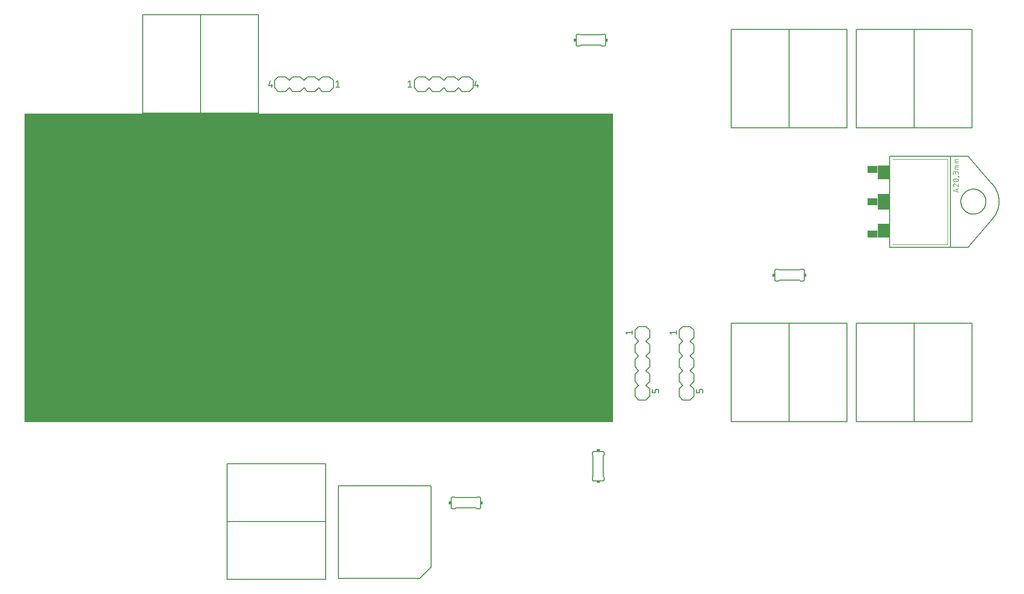
<source format=gto>
G75*
%MOIN*%
%OFA0B0*%
%FSLAX25Y25*%
%IPPOS*%
%LPD*%
%AMOC8*
5,1,8,0,0,1.08239X$1,22.5*
%
%ADD10C,0.00600*%
%ADD11R,0.01500X0.02000*%
%ADD12C,0.00200*%
%ADD13C,0.00400*%
%ADD14R,0.08000X0.09500*%
%ADD15R,0.08000X0.11000*%
%ADD16R,0.07000X0.05000*%
%ADD17R,4.00000X2.10000*%
%ADD18R,0.02000X0.01500*%
%ADD19C,0.00500*%
D10*
X0138756Y0048648D02*
X0138756Y0088018D01*
X0205685Y0088018D01*
X0205685Y0048648D01*
X0138756Y0048648D01*
X0138756Y0088018D02*
X0138756Y0127388D01*
X0205685Y0127388D01*
X0205685Y0088018D01*
X0214504Y0112329D02*
X0214504Y0049337D01*
X0269622Y0049337D01*
X0277496Y0057211D01*
X0277496Y0112329D01*
X0214504Y0112329D01*
X0291000Y0103833D02*
X0291000Y0097833D01*
X0291002Y0097773D01*
X0291007Y0097712D01*
X0291016Y0097653D01*
X0291029Y0097594D01*
X0291045Y0097535D01*
X0291065Y0097478D01*
X0291088Y0097423D01*
X0291115Y0097368D01*
X0291144Y0097316D01*
X0291177Y0097265D01*
X0291213Y0097216D01*
X0291251Y0097170D01*
X0291293Y0097126D01*
X0291337Y0097084D01*
X0291383Y0097046D01*
X0291432Y0097010D01*
X0291483Y0096977D01*
X0291535Y0096948D01*
X0291590Y0096921D01*
X0291645Y0096898D01*
X0291702Y0096878D01*
X0291761Y0096862D01*
X0291820Y0096849D01*
X0291879Y0096840D01*
X0291940Y0096835D01*
X0292000Y0096833D01*
X0293500Y0096833D01*
X0294000Y0097333D01*
X0308000Y0097333D01*
X0308500Y0096833D01*
X0310000Y0096833D01*
X0310060Y0096835D01*
X0310121Y0096840D01*
X0310180Y0096849D01*
X0310239Y0096862D01*
X0310298Y0096878D01*
X0310355Y0096898D01*
X0310410Y0096921D01*
X0310465Y0096948D01*
X0310517Y0096977D01*
X0310568Y0097010D01*
X0310617Y0097046D01*
X0310663Y0097084D01*
X0310707Y0097126D01*
X0310749Y0097170D01*
X0310787Y0097216D01*
X0310823Y0097265D01*
X0310856Y0097316D01*
X0310885Y0097368D01*
X0310912Y0097423D01*
X0310935Y0097478D01*
X0310955Y0097535D01*
X0310971Y0097594D01*
X0310984Y0097653D01*
X0310993Y0097712D01*
X0310998Y0097773D01*
X0311000Y0097833D01*
X0311000Y0103833D01*
X0310998Y0103893D01*
X0310993Y0103954D01*
X0310984Y0104013D01*
X0310971Y0104072D01*
X0310955Y0104131D01*
X0310935Y0104188D01*
X0310912Y0104243D01*
X0310885Y0104298D01*
X0310856Y0104350D01*
X0310823Y0104401D01*
X0310787Y0104450D01*
X0310749Y0104496D01*
X0310707Y0104540D01*
X0310663Y0104582D01*
X0310617Y0104620D01*
X0310568Y0104656D01*
X0310517Y0104689D01*
X0310465Y0104718D01*
X0310410Y0104745D01*
X0310355Y0104768D01*
X0310298Y0104788D01*
X0310239Y0104804D01*
X0310180Y0104817D01*
X0310121Y0104826D01*
X0310060Y0104831D01*
X0310000Y0104833D01*
X0308500Y0104833D01*
X0308000Y0104333D01*
X0294000Y0104333D01*
X0293500Y0104833D01*
X0292000Y0104833D01*
X0291940Y0104831D01*
X0291879Y0104826D01*
X0291820Y0104817D01*
X0291761Y0104804D01*
X0291702Y0104788D01*
X0291645Y0104768D01*
X0291590Y0104745D01*
X0291535Y0104718D01*
X0291483Y0104689D01*
X0291432Y0104656D01*
X0291383Y0104620D01*
X0291337Y0104582D01*
X0291293Y0104540D01*
X0291251Y0104496D01*
X0291213Y0104450D01*
X0291177Y0104401D01*
X0291144Y0104350D01*
X0291115Y0104298D01*
X0291088Y0104243D01*
X0291065Y0104188D01*
X0291045Y0104131D01*
X0291029Y0104072D01*
X0291016Y0104013D01*
X0291007Y0103954D01*
X0291002Y0103893D01*
X0291000Y0103833D01*
X0387000Y0116833D02*
X0387000Y0118333D01*
X0387500Y0118833D01*
X0387500Y0132833D01*
X0387000Y0133333D01*
X0387000Y0134833D01*
X0387002Y0134893D01*
X0387007Y0134954D01*
X0387016Y0135013D01*
X0387029Y0135072D01*
X0387045Y0135131D01*
X0387065Y0135188D01*
X0387088Y0135243D01*
X0387115Y0135298D01*
X0387144Y0135350D01*
X0387177Y0135401D01*
X0387213Y0135450D01*
X0387251Y0135496D01*
X0387293Y0135540D01*
X0387337Y0135582D01*
X0387383Y0135620D01*
X0387432Y0135656D01*
X0387483Y0135689D01*
X0387535Y0135718D01*
X0387590Y0135745D01*
X0387645Y0135768D01*
X0387702Y0135788D01*
X0387761Y0135804D01*
X0387820Y0135817D01*
X0387879Y0135826D01*
X0387940Y0135831D01*
X0388000Y0135833D01*
X0394000Y0135833D01*
X0394060Y0135831D01*
X0394121Y0135826D01*
X0394180Y0135817D01*
X0394239Y0135804D01*
X0394298Y0135788D01*
X0394355Y0135768D01*
X0394410Y0135745D01*
X0394465Y0135718D01*
X0394517Y0135689D01*
X0394568Y0135656D01*
X0394617Y0135620D01*
X0394663Y0135582D01*
X0394707Y0135540D01*
X0394749Y0135496D01*
X0394787Y0135450D01*
X0394823Y0135401D01*
X0394856Y0135350D01*
X0394885Y0135298D01*
X0394912Y0135243D01*
X0394935Y0135188D01*
X0394955Y0135131D01*
X0394971Y0135072D01*
X0394984Y0135013D01*
X0394993Y0134954D01*
X0394998Y0134893D01*
X0395000Y0134833D01*
X0395000Y0133333D01*
X0394500Y0132833D01*
X0394500Y0118833D01*
X0395000Y0118333D01*
X0395000Y0116833D01*
X0394998Y0116773D01*
X0394993Y0116712D01*
X0394984Y0116653D01*
X0394971Y0116594D01*
X0394955Y0116535D01*
X0394935Y0116478D01*
X0394912Y0116423D01*
X0394885Y0116368D01*
X0394856Y0116316D01*
X0394823Y0116265D01*
X0394787Y0116216D01*
X0394749Y0116170D01*
X0394707Y0116126D01*
X0394663Y0116084D01*
X0394617Y0116046D01*
X0394568Y0116010D01*
X0394517Y0115977D01*
X0394465Y0115948D01*
X0394410Y0115921D01*
X0394355Y0115898D01*
X0394298Y0115878D01*
X0394239Y0115862D01*
X0394180Y0115849D01*
X0394121Y0115840D01*
X0394060Y0115835D01*
X0394000Y0115833D01*
X0388000Y0115833D01*
X0387940Y0115835D01*
X0387879Y0115840D01*
X0387820Y0115849D01*
X0387761Y0115862D01*
X0387702Y0115878D01*
X0387645Y0115898D01*
X0387590Y0115921D01*
X0387535Y0115948D01*
X0387483Y0115977D01*
X0387432Y0116010D01*
X0387383Y0116046D01*
X0387337Y0116084D01*
X0387293Y0116126D01*
X0387251Y0116170D01*
X0387213Y0116216D01*
X0387177Y0116265D01*
X0387144Y0116316D01*
X0387115Y0116368D01*
X0387088Y0116423D01*
X0387065Y0116478D01*
X0387045Y0116535D01*
X0387029Y0116594D01*
X0387016Y0116653D01*
X0387007Y0116712D01*
X0387002Y0116773D01*
X0387000Y0116833D01*
X0418500Y0170833D02*
X0416000Y0173333D01*
X0416000Y0178333D01*
X0418500Y0180833D01*
X0416000Y0183333D01*
X0416000Y0188333D01*
X0418500Y0190833D01*
X0416000Y0193333D01*
X0416000Y0198333D01*
X0418500Y0200833D01*
X0416000Y0203333D01*
X0416000Y0208333D01*
X0418500Y0210833D01*
X0416000Y0213333D01*
X0416000Y0218333D01*
X0418500Y0220833D01*
X0423500Y0220833D01*
X0426000Y0218333D01*
X0426000Y0213333D01*
X0423500Y0210833D01*
X0426000Y0208333D01*
X0426000Y0203333D01*
X0423500Y0200833D01*
X0426000Y0198333D01*
X0426000Y0193333D01*
X0423500Y0190833D01*
X0426000Y0188333D01*
X0426000Y0183333D01*
X0423500Y0180833D01*
X0426000Y0178333D01*
X0426000Y0173333D01*
X0423500Y0170833D01*
X0418500Y0170833D01*
X0446000Y0173333D02*
X0448500Y0170833D01*
X0453500Y0170833D01*
X0456000Y0173333D01*
X0456000Y0178333D01*
X0453500Y0180833D01*
X0456000Y0183333D01*
X0456000Y0188333D01*
X0453500Y0190833D01*
X0456000Y0193333D01*
X0456000Y0198333D01*
X0453500Y0200833D01*
X0456000Y0203333D01*
X0456000Y0208333D01*
X0453500Y0210833D01*
X0456000Y0213333D01*
X0456000Y0218333D01*
X0453500Y0220833D01*
X0448500Y0220833D01*
X0446000Y0218333D01*
X0446000Y0213333D01*
X0448500Y0210833D01*
X0446000Y0208333D01*
X0446000Y0203333D01*
X0448500Y0200833D01*
X0446000Y0198333D01*
X0446000Y0193333D01*
X0448500Y0190833D01*
X0446000Y0188333D01*
X0446000Y0183333D01*
X0448500Y0180833D01*
X0446000Y0178333D01*
X0446000Y0173333D01*
X0481315Y0156148D02*
X0481315Y0223077D01*
X0520685Y0223077D01*
X0520685Y0156148D01*
X0481315Y0156148D01*
X0520685Y0156148D02*
X0560055Y0156148D01*
X0560055Y0223077D01*
X0520685Y0223077D01*
X0513500Y0251833D02*
X0514000Y0252333D01*
X0528000Y0252333D01*
X0528500Y0251833D01*
X0530000Y0251833D01*
X0530060Y0251835D01*
X0530121Y0251840D01*
X0530180Y0251849D01*
X0530239Y0251862D01*
X0530298Y0251878D01*
X0530355Y0251898D01*
X0530410Y0251921D01*
X0530465Y0251948D01*
X0530517Y0251977D01*
X0530568Y0252010D01*
X0530617Y0252046D01*
X0530663Y0252084D01*
X0530707Y0252126D01*
X0530749Y0252170D01*
X0530787Y0252216D01*
X0530823Y0252265D01*
X0530856Y0252316D01*
X0530885Y0252368D01*
X0530912Y0252423D01*
X0530935Y0252478D01*
X0530955Y0252535D01*
X0530971Y0252594D01*
X0530984Y0252653D01*
X0530993Y0252712D01*
X0530998Y0252773D01*
X0531000Y0252833D01*
X0531000Y0258833D01*
X0530998Y0258893D01*
X0530993Y0258954D01*
X0530984Y0259013D01*
X0530971Y0259072D01*
X0530955Y0259131D01*
X0530935Y0259188D01*
X0530912Y0259243D01*
X0530885Y0259298D01*
X0530856Y0259350D01*
X0530823Y0259401D01*
X0530787Y0259450D01*
X0530749Y0259496D01*
X0530707Y0259540D01*
X0530663Y0259582D01*
X0530617Y0259620D01*
X0530568Y0259656D01*
X0530517Y0259689D01*
X0530465Y0259718D01*
X0530410Y0259745D01*
X0530355Y0259768D01*
X0530298Y0259788D01*
X0530239Y0259804D01*
X0530180Y0259817D01*
X0530121Y0259826D01*
X0530060Y0259831D01*
X0530000Y0259833D01*
X0528500Y0259833D01*
X0528000Y0259333D01*
X0514000Y0259333D01*
X0513500Y0259833D01*
X0512000Y0259833D01*
X0511940Y0259831D01*
X0511879Y0259826D01*
X0511820Y0259817D01*
X0511761Y0259804D01*
X0511702Y0259788D01*
X0511645Y0259768D01*
X0511590Y0259745D01*
X0511535Y0259718D01*
X0511483Y0259689D01*
X0511432Y0259656D01*
X0511383Y0259620D01*
X0511337Y0259582D01*
X0511293Y0259540D01*
X0511251Y0259496D01*
X0511213Y0259450D01*
X0511177Y0259401D01*
X0511144Y0259350D01*
X0511115Y0259298D01*
X0511088Y0259243D01*
X0511065Y0259188D01*
X0511045Y0259131D01*
X0511029Y0259072D01*
X0511016Y0259013D01*
X0511007Y0258954D01*
X0511002Y0258893D01*
X0511000Y0258833D01*
X0511000Y0252833D01*
X0511002Y0252773D01*
X0511007Y0252712D01*
X0511016Y0252653D01*
X0511029Y0252594D01*
X0511045Y0252535D01*
X0511065Y0252478D01*
X0511088Y0252423D01*
X0511115Y0252368D01*
X0511144Y0252316D01*
X0511177Y0252265D01*
X0511213Y0252216D01*
X0511251Y0252170D01*
X0511293Y0252126D01*
X0511337Y0252084D01*
X0511383Y0252046D01*
X0511432Y0252010D01*
X0511483Y0251977D01*
X0511535Y0251948D01*
X0511590Y0251921D01*
X0511645Y0251898D01*
X0511702Y0251878D01*
X0511761Y0251862D01*
X0511820Y0251849D01*
X0511879Y0251840D01*
X0511940Y0251835D01*
X0512000Y0251833D01*
X0513500Y0251833D01*
X0566315Y0223077D02*
X0605685Y0223077D01*
X0605685Y0156148D01*
X0566315Y0156148D01*
X0566315Y0223077D01*
X0605685Y0223077D02*
X0645055Y0223077D01*
X0645055Y0156148D01*
X0605685Y0156148D01*
X0589000Y0274833D02*
X0630500Y0274833D01*
X0642500Y0274833D01*
X0658500Y0293533D01*
X0658374Y0293459D02*
X0658665Y0293757D01*
X0658949Y0294061D01*
X0659226Y0294373D01*
X0659495Y0294691D01*
X0659756Y0295015D01*
X0660010Y0295346D01*
X0660255Y0295682D01*
X0660493Y0296024D01*
X0660722Y0296372D01*
X0660943Y0296725D01*
X0661155Y0297083D01*
X0661359Y0297446D01*
X0661555Y0297814D01*
X0661741Y0298187D01*
X0661919Y0298563D01*
X0662087Y0298944D01*
X0662246Y0299329D01*
X0662397Y0299717D01*
X0662538Y0300109D01*
X0662669Y0300505D01*
X0662791Y0300903D01*
X0662904Y0301304D01*
X0663007Y0301707D01*
X0663100Y0302113D01*
X0663184Y0302521D01*
X0663258Y0302931D01*
X0663322Y0303343D01*
X0663376Y0303755D01*
X0663421Y0304170D01*
X0663455Y0304585D01*
X0663480Y0305000D01*
X0663495Y0305417D01*
X0663500Y0305833D01*
X0658400Y0318133D02*
X0642500Y0336833D01*
X0630500Y0336833D01*
X0630500Y0274833D01*
X0589000Y0274833D02*
X0589000Y0336833D01*
X0630500Y0336833D01*
X0645055Y0356148D02*
X0605685Y0356148D01*
X0605685Y0423077D01*
X0645055Y0423077D01*
X0645055Y0356148D01*
X0605685Y0356148D02*
X0566315Y0356148D01*
X0566315Y0423077D01*
X0605685Y0423077D01*
X0560055Y0423077D02*
X0560055Y0356148D01*
X0520685Y0356148D01*
X0520685Y0423077D01*
X0560055Y0423077D01*
X0520685Y0423077D02*
X0481315Y0423077D01*
X0481315Y0356148D01*
X0520685Y0356148D01*
X0658374Y0318207D02*
X0658665Y0317909D01*
X0658949Y0317605D01*
X0659226Y0317293D01*
X0659495Y0316975D01*
X0659756Y0316651D01*
X0660010Y0316320D01*
X0660255Y0315984D01*
X0660493Y0315642D01*
X0660722Y0315294D01*
X0660943Y0314941D01*
X0661155Y0314583D01*
X0661359Y0314220D01*
X0661555Y0313852D01*
X0661741Y0313479D01*
X0661919Y0313103D01*
X0662087Y0312722D01*
X0662246Y0312337D01*
X0662397Y0311949D01*
X0662538Y0311557D01*
X0662669Y0311161D01*
X0662791Y0310763D01*
X0662904Y0310362D01*
X0663007Y0309959D01*
X0663100Y0309553D01*
X0663184Y0309145D01*
X0663258Y0308735D01*
X0663322Y0308323D01*
X0663376Y0307911D01*
X0663421Y0307496D01*
X0663455Y0307081D01*
X0663480Y0306666D01*
X0663495Y0306249D01*
X0663500Y0305833D01*
X0637500Y0305833D02*
X0637503Y0306042D01*
X0637510Y0306250D01*
X0637523Y0306458D01*
X0637541Y0306666D01*
X0637564Y0306873D01*
X0637592Y0307080D01*
X0637625Y0307286D01*
X0637663Y0307491D01*
X0637707Y0307695D01*
X0637755Y0307898D01*
X0637808Y0308100D01*
X0637866Y0308300D01*
X0637929Y0308499D01*
X0637997Y0308697D01*
X0638070Y0308892D01*
X0638147Y0309086D01*
X0638229Y0309278D01*
X0638316Y0309467D01*
X0638408Y0309655D01*
X0638504Y0309840D01*
X0638604Y0310023D01*
X0638709Y0310203D01*
X0638819Y0310380D01*
X0638933Y0310555D01*
X0639051Y0310727D01*
X0639173Y0310896D01*
X0639299Y0311062D01*
X0639429Y0311225D01*
X0639564Y0311385D01*
X0639702Y0311541D01*
X0639844Y0311694D01*
X0639990Y0311843D01*
X0640139Y0311989D01*
X0640292Y0312131D01*
X0640448Y0312269D01*
X0640608Y0312404D01*
X0640771Y0312534D01*
X0640937Y0312660D01*
X0641106Y0312782D01*
X0641278Y0312900D01*
X0641453Y0313014D01*
X0641630Y0313124D01*
X0641810Y0313229D01*
X0641993Y0313329D01*
X0642178Y0313425D01*
X0642366Y0313517D01*
X0642555Y0313604D01*
X0642747Y0313686D01*
X0642941Y0313763D01*
X0643136Y0313836D01*
X0643334Y0313904D01*
X0643533Y0313967D01*
X0643733Y0314025D01*
X0643935Y0314078D01*
X0644138Y0314126D01*
X0644342Y0314170D01*
X0644547Y0314208D01*
X0644753Y0314241D01*
X0644960Y0314269D01*
X0645167Y0314292D01*
X0645375Y0314310D01*
X0645583Y0314323D01*
X0645791Y0314330D01*
X0646000Y0314333D01*
X0646209Y0314330D01*
X0646417Y0314323D01*
X0646625Y0314310D01*
X0646833Y0314292D01*
X0647040Y0314269D01*
X0647247Y0314241D01*
X0647453Y0314208D01*
X0647658Y0314170D01*
X0647862Y0314126D01*
X0648065Y0314078D01*
X0648267Y0314025D01*
X0648467Y0313967D01*
X0648666Y0313904D01*
X0648864Y0313836D01*
X0649059Y0313763D01*
X0649253Y0313686D01*
X0649445Y0313604D01*
X0649634Y0313517D01*
X0649822Y0313425D01*
X0650007Y0313329D01*
X0650190Y0313229D01*
X0650370Y0313124D01*
X0650547Y0313014D01*
X0650722Y0312900D01*
X0650894Y0312782D01*
X0651063Y0312660D01*
X0651229Y0312534D01*
X0651392Y0312404D01*
X0651552Y0312269D01*
X0651708Y0312131D01*
X0651861Y0311989D01*
X0652010Y0311843D01*
X0652156Y0311694D01*
X0652298Y0311541D01*
X0652436Y0311385D01*
X0652571Y0311225D01*
X0652701Y0311062D01*
X0652827Y0310896D01*
X0652949Y0310727D01*
X0653067Y0310555D01*
X0653181Y0310380D01*
X0653291Y0310203D01*
X0653396Y0310023D01*
X0653496Y0309840D01*
X0653592Y0309655D01*
X0653684Y0309467D01*
X0653771Y0309278D01*
X0653853Y0309086D01*
X0653930Y0308892D01*
X0654003Y0308697D01*
X0654071Y0308499D01*
X0654134Y0308300D01*
X0654192Y0308100D01*
X0654245Y0307898D01*
X0654293Y0307695D01*
X0654337Y0307491D01*
X0654375Y0307286D01*
X0654408Y0307080D01*
X0654436Y0306873D01*
X0654459Y0306666D01*
X0654477Y0306458D01*
X0654490Y0306250D01*
X0654497Y0306042D01*
X0654500Y0305833D01*
X0654497Y0305624D01*
X0654490Y0305416D01*
X0654477Y0305208D01*
X0654459Y0305000D01*
X0654436Y0304793D01*
X0654408Y0304586D01*
X0654375Y0304380D01*
X0654337Y0304175D01*
X0654293Y0303971D01*
X0654245Y0303768D01*
X0654192Y0303566D01*
X0654134Y0303366D01*
X0654071Y0303167D01*
X0654003Y0302969D01*
X0653930Y0302774D01*
X0653853Y0302580D01*
X0653771Y0302388D01*
X0653684Y0302199D01*
X0653592Y0302011D01*
X0653496Y0301826D01*
X0653396Y0301643D01*
X0653291Y0301463D01*
X0653181Y0301286D01*
X0653067Y0301111D01*
X0652949Y0300939D01*
X0652827Y0300770D01*
X0652701Y0300604D01*
X0652571Y0300441D01*
X0652436Y0300281D01*
X0652298Y0300125D01*
X0652156Y0299972D01*
X0652010Y0299823D01*
X0651861Y0299677D01*
X0651708Y0299535D01*
X0651552Y0299397D01*
X0651392Y0299262D01*
X0651229Y0299132D01*
X0651063Y0299006D01*
X0650894Y0298884D01*
X0650722Y0298766D01*
X0650547Y0298652D01*
X0650370Y0298542D01*
X0650190Y0298437D01*
X0650007Y0298337D01*
X0649822Y0298241D01*
X0649634Y0298149D01*
X0649445Y0298062D01*
X0649253Y0297980D01*
X0649059Y0297903D01*
X0648864Y0297830D01*
X0648666Y0297762D01*
X0648467Y0297699D01*
X0648267Y0297641D01*
X0648065Y0297588D01*
X0647862Y0297540D01*
X0647658Y0297496D01*
X0647453Y0297458D01*
X0647247Y0297425D01*
X0647040Y0297397D01*
X0646833Y0297374D01*
X0646625Y0297356D01*
X0646417Y0297343D01*
X0646209Y0297336D01*
X0646000Y0297333D01*
X0645791Y0297336D01*
X0645583Y0297343D01*
X0645375Y0297356D01*
X0645167Y0297374D01*
X0644960Y0297397D01*
X0644753Y0297425D01*
X0644547Y0297458D01*
X0644342Y0297496D01*
X0644138Y0297540D01*
X0643935Y0297588D01*
X0643733Y0297641D01*
X0643533Y0297699D01*
X0643334Y0297762D01*
X0643136Y0297830D01*
X0642941Y0297903D01*
X0642747Y0297980D01*
X0642555Y0298062D01*
X0642366Y0298149D01*
X0642178Y0298241D01*
X0641993Y0298337D01*
X0641810Y0298437D01*
X0641630Y0298542D01*
X0641453Y0298652D01*
X0641278Y0298766D01*
X0641106Y0298884D01*
X0640937Y0299006D01*
X0640771Y0299132D01*
X0640608Y0299262D01*
X0640448Y0299397D01*
X0640292Y0299535D01*
X0640139Y0299677D01*
X0639990Y0299823D01*
X0639844Y0299972D01*
X0639702Y0300125D01*
X0639564Y0300281D01*
X0639429Y0300441D01*
X0639299Y0300604D01*
X0639173Y0300770D01*
X0639051Y0300939D01*
X0638933Y0301111D01*
X0638819Y0301286D01*
X0638709Y0301463D01*
X0638604Y0301643D01*
X0638504Y0301826D01*
X0638408Y0302011D01*
X0638316Y0302199D01*
X0638229Y0302388D01*
X0638147Y0302580D01*
X0638070Y0302774D01*
X0637997Y0302969D01*
X0637929Y0303167D01*
X0637866Y0303366D01*
X0637808Y0303566D01*
X0637755Y0303768D01*
X0637707Y0303971D01*
X0637663Y0304175D01*
X0637625Y0304380D01*
X0637592Y0304586D01*
X0637564Y0304793D01*
X0637541Y0305000D01*
X0637523Y0305208D01*
X0637510Y0305416D01*
X0637503Y0305624D01*
X0637500Y0305833D01*
X0396000Y0412833D02*
X0396000Y0418833D01*
X0395998Y0418893D01*
X0395993Y0418954D01*
X0395984Y0419013D01*
X0395971Y0419072D01*
X0395955Y0419131D01*
X0395935Y0419188D01*
X0395912Y0419243D01*
X0395885Y0419298D01*
X0395856Y0419350D01*
X0395823Y0419401D01*
X0395787Y0419450D01*
X0395749Y0419496D01*
X0395707Y0419540D01*
X0395663Y0419582D01*
X0395617Y0419620D01*
X0395568Y0419656D01*
X0395517Y0419689D01*
X0395465Y0419718D01*
X0395410Y0419745D01*
X0395355Y0419768D01*
X0395298Y0419788D01*
X0395239Y0419804D01*
X0395180Y0419817D01*
X0395121Y0419826D01*
X0395060Y0419831D01*
X0395000Y0419833D01*
X0393500Y0419833D01*
X0393000Y0419333D01*
X0379000Y0419333D01*
X0378500Y0419833D01*
X0377000Y0419833D01*
X0376940Y0419831D01*
X0376879Y0419826D01*
X0376820Y0419817D01*
X0376761Y0419804D01*
X0376702Y0419788D01*
X0376645Y0419768D01*
X0376590Y0419745D01*
X0376535Y0419718D01*
X0376483Y0419689D01*
X0376432Y0419656D01*
X0376383Y0419620D01*
X0376337Y0419582D01*
X0376293Y0419540D01*
X0376251Y0419496D01*
X0376213Y0419450D01*
X0376177Y0419401D01*
X0376144Y0419350D01*
X0376115Y0419298D01*
X0376088Y0419243D01*
X0376065Y0419188D01*
X0376045Y0419131D01*
X0376029Y0419072D01*
X0376016Y0419013D01*
X0376007Y0418954D01*
X0376002Y0418893D01*
X0376000Y0418833D01*
X0376000Y0412833D01*
X0376002Y0412773D01*
X0376007Y0412712D01*
X0376016Y0412653D01*
X0376029Y0412594D01*
X0376045Y0412535D01*
X0376065Y0412478D01*
X0376088Y0412423D01*
X0376115Y0412368D01*
X0376144Y0412316D01*
X0376177Y0412265D01*
X0376213Y0412216D01*
X0376251Y0412170D01*
X0376293Y0412126D01*
X0376337Y0412084D01*
X0376383Y0412046D01*
X0376432Y0412010D01*
X0376483Y0411977D01*
X0376535Y0411948D01*
X0376590Y0411921D01*
X0376645Y0411898D01*
X0376702Y0411878D01*
X0376761Y0411862D01*
X0376820Y0411849D01*
X0376879Y0411840D01*
X0376940Y0411835D01*
X0377000Y0411833D01*
X0378500Y0411833D01*
X0379000Y0412333D01*
X0393000Y0412333D01*
X0393500Y0411833D01*
X0395000Y0411833D01*
X0395060Y0411835D01*
X0395121Y0411840D01*
X0395180Y0411849D01*
X0395239Y0411862D01*
X0395298Y0411878D01*
X0395355Y0411898D01*
X0395410Y0411921D01*
X0395465Y0411948D01*
X0395517Y0411977D01*
X0395568Y0412010D01*
X0395617Y0412046D01*
X0395663Y0412084D01*
X0395707Y0412126D01*
X0395749Y0412170D01*
X0395787Y0412216D01*
X0395823Y0412265D01*
X0395856Y0412316D01*
X0395885Y0412368D01*
X0395912Y0412423D01*
X0395935Y0412478D01*
X0395955Y0412535D01*
X0395971Y0412594D01*
X0395984Y0412653D01*
X0395993Y0412712D01*
X0395998Y0412773D01*
X0396000Y0412833D01*
X0306000Y0388333D02*
X0306000Y0383333D01*
X0303500Y0380833D01*
X0298500Y0380833D01*
X0296000Y0383333D01*
X0293500Y0380833D01*
X0288500Y0380833D01*
X0286000Y0383333D01*
X0283500Y0380833D01*
X0278500Y0380833D01*
X0276000Y0383333D01*
X0273500Y0380833D01*
X0268500Y0380833D01*
X0266000Y0383333D01*
X0266000Y0388333D01*
X0268500Y0390833D01*
X0273500Y0390833D01*
X0276000Y0388333D01*
X0278500Y0390833D01*
X0283500Y0390833D01*
X0286000Y0388333D01*
X0288500Y0390833D01*
X0293500Y0390833D01*
X0296000Y0388333D01*
X0298500Y0390833D01*
X0303500Y0390833D01*
X0306000Y0388333D01*
X0211000Y0388333D02*
X0211000Y0383333D01*
X0208500Y0380833D01*
X0203500Y0380833D01*
X0201000Y0383333D01*
X0198500Y0380833D01*
X0193500Y0380833D01*
X0191000Y0383333D01*
X0188500Y0380833D01*
X0183500Y0380833D01*
X0181000Y0383333D01*
X0178500Y0380833D01*
X0173500Y0380833D01*
X0171000Y0383333D01*
X0171000Y0388333D01*
X0173500Y0390833D01*
X0178500Y0390833D01*
X0181000Y0388333D01*
X0183500Y0390833D01*
X0188500Y0390833D01*
X0191000Y0388333D01*
X0193500Y0390833D01*
X0198500Y0390833D01*
X0201000Y0388333D01*
X0203500Y0390833D01*
X0208500Y0390833D01*
X0211000Y0388333D01*
X0160055Y0366148D02*
X0160055Y0433077D01*
X0120685Y0433077D01*
X0120685Y0366148D01*
X0081315Y0366148D01*
X0081315Y0433077D01*
X0120685Y0433077D01*
X0120685Y0366148D02*
X0160055Y0366148D01*
D11*
X0375250Y0415833D03*
X0396750Y0415833D03*
X0510250Y0255833D03*
X0531750Y0255833D03*
X0311750Y0100833D03*
X0290250Y0100833D03*
D12*
X0591000Y0276833D02*
X0628500Y0276833D01*
X0628500Y0334833D01*
X0591000Y0334833D01*
D13*
X0632200Y0325588D02*
X0632200Y0324421D01*
X0632200Y0325588D02*
X0632202Y0325644D01*
X0632208Y0325699D01*
X0632218Y0325753D01*
X0632232Y0325807D01*
X0632249Y0325860D01*
X0632270Y0325911D01*
X0632295Y0325961D01*
X0632324Y0326009D01*
X0632355Y0326054D01*
X0632390Y0326097D01*
X0632428Y0326138D01*
X0632469Y0326176D01*
X0632512Y0326211D01*
X0632557Y0326242D01*
X0632605Y0326271D01*
X0632655Y0326296D01*
X0632706Y0326317D01*
X0632759Y0326334D01*
X0632813Y0326348D01*
X0632867Y0326358D01*
X0632922Y0326364D01*
X0632978Y0326366D01*
X0633034Y0326364D01*
X0633089Y0326358D01*
X0633143Y0326348D01*
X0633197Y0326334D01*
X0633250Y0326317D01*
X0633301Y0326296D01*
X0633351Y0326271D01*
X0633399Y0326242D01*
X0633444Y0326211D01*
X0633487Y0326176D01*
X0633528Y0326138D01*
X0633566Y0326097D01*
X0633601Y0326054D01*
X0633632Y0326009D01*
X0633661Y0325961D01*
X0633686Y0325911D01*
X0633707Y0325860D01*
X0633724Y0325807D01*
X0633738Y0325753D01*
X0633748Y0325699D01*
X0633754Y0325644D01*
X0633756Y0325588D01*
X0633756Y0324810D01*
X0633756Y0325394D02*
X0633758Y0325455D01*
X0633764Y0325516D01*
X0633773Y0325576D01*
X0633787Y0325636D01*
X0633804Y0325694D01*
X0633824Y0325752D01*
X0633849Y0325808D01*
X0633876Y0325862D01*
X0633907Y0325915D01*
X0633942Y0325965D01*
X0633979Y0326014D01*
X0634019Y0326059D01*
X0634063Y0326103D01*
X0634108Y0326143D01*
X0634157Y0326180D01*
X0634207Y0326215D01*
X0634260Y0326246D01*
X0634314Y0326273D01*
X0634370Y0326298D01*
X0634428Y0326318D01*
X0634486Y0326335D01*
X0634546Y0326349D01*
X0634606Y0326358D01*
X0634667Y0326364D01*
X0634728Y0326366D01*
X0634789Y0326364D01*
X0634850Y0326358D01*
X0634910Y0326349D01*
X0634970Y0326335D01*
X0635028Y0326318D01*
X0635086Y0326298D01*
X0635142Y0326273D01*
X0635196Y0326246D01*
X0635249Y0326215D01*
X0635299Y0326180D01*
X0635348Y0326143D01*
X0635393Y0326103D01*
X0635437Y0326059D01*
X0635477Y0326014D01*
X0635514Y0325965D01*
X0635549Y0325915D01*
X0635580Y0325862D01*
X0635607Y0325808D01*
X0635632Y0325752D01*
X0635652Y0325694D01*
X0635669Y0325636D01*
X0635683Y0325576D01*
X0635692Y0325516D01*
X0635698Y0325455D01*
X0635700Y0325394D01*
X0635700Y0324421D01*
X0635700Y0323019D02*
X0636478Y0322727D01*
X0635700Y0322824D02*
X0635506Y0322824D01*
X0635506Y0323019D01*
X0635700Y0323019D01*
X0635700Y0322824D01*
X0635214Y0319800D02*
X0635123Y0319757D01*
X0635030Y0319718D01*
X0634936Y0319682D01*
X0634841Y0319649D01*
X0634745Y0319620D01*
X0634647Y0319594D01*
X0634549Y0319571D01*
X0634451Y0319552D01*
X0634351Y0319536D01*
X0634251Y0319524D01*
X0634151Y0319515D01*
X0634051Y0319510D01*
X0633950Y0319508D01*
X0633950Y0321452D02*
X0633849Y0321450D01*
X0633749Y0321445D01*
X0633649Y0321436D01*
X0633549Y0321424D01*
X0633449Y0321408D01*
X0633351Y0321389D01*
X0633253Y0321366D01*
X0633155Y0321340D01*
X0633059Y0321311D01*
X0632964Y0321278D01*
X0632870Y0321242D01*
X0632777Y0321203D01*
X0632686Y0321160D01*
X0632978Y0321257D02*
X0634922Y0319702D01*
X0635700Y0320480D02*
X0635698Y0320532D01*
X0635692Y0320585D01*
X0635683Y0320636D01*
X0635670Y0320687D01*
X0635653Y0320737D01*
X0635632Y0320785D01*
X0635608Y0320831D01*
X0635581Y0320876D01*
X0635550Y0320919D01*
X0635517Y0320959D01*
X0635481Y0320997D01*
X0635442Y0321032D01*
X0635400Y0321064D01*
X0635356Y0321093D01*
X0635311Y0321119D01*
X0635263Y0321141D01*
X0635214Y0321160D01*
X0635700Y0320480D02*
X0635698Y0320428D01*
X0635692Y0320375D01*
X0635683Y0320324D01*
X0635670Y0320273D01*
X0635653Y0320223D01*
X0635632Y0320175D01*
X0635608Y0320129D01*
X0635581Y0320084D01*
X0635550Y0320041D01*
X0635517Y0320001D01*
X0635481Y0319963D01*
X0635442Y0319928D01*
X0635400Y0319896D01*
X0635356Y0319867D01*
X0635311Y0319841D01*
X0635263Y0319819D01*
X0635214Y0319800D01*
X0635214Y0321160D02*
X0635123Y0321203D01*
X0635030Y0321242D01*
X0634936Y0321278D01*
X0634841Y0321311D01*
X0634745Y0321340D01*
X0634647Y0321366D01*
X0634549Y0321389D01*
X0634451Y0321408D01*
X0634351Y0321424D01*
X0634251Y0321436D01*
X0634151Y0321445D01*
X0634051Y0321450D01*
X0633950Y0321452D01*
X0633950Y0319508D02*
X0633849Y0319510D01*
X0633749Y0319515D01*
X0633649Y0319524D01*
X0633549Y0319536D01*
X0633449Y0319552D01*
X0633351Y0319571D01*
X0633253Y0319594D01*
X0633155Y0319620D01*
X0633059Y0319649D01*
X0632964Y0319682D01*
X0632870Y0319718D01*
X0632777Y0319757D01*
X0632686Y0319800D01*
X0632200Y0320480D02*
X0632202Y0320532D01*
X0632208Y0320585D01*
X0632217Y0320636D01*
X0632230Y0320687D01*
X0632247Y0320737D01*
X0632268Y0320785D01*
X0632292Y0320832D01*
X0632319Y0320876D01*
X0632350Y0320919D01*
X0632383Y0320959D01*
X0632419Y0320997D01*
X0632458Y0321032D01*
X0632500Y0321064D01*
X0632544Y0321093D01*
X0632589Y0321119D01*
X0632637Y0321141D01*
X0632686Y0321160D01*
X0632200Y0320480D02*
X0632202Y0320428D01*
X0632208Y0320375D01*
X0632217Y0320324D01*
X0632230Y0320273D01*
X0632247Y0320223D01*
X0632268Y0320175D01*
X0632292Y0320129D01*
X0632319Y0320084D01*
X0632350Y0320041D01*
X0632383Y0320001D01*
X0632419Y0319963D01*
X0632458Y0319928D01*
X0632500Y0319896D01*
X0632544Y0319867D01*
X0632589Y0319841D01*
X0632637Y0319819D01*
X0632686Y0319800D01*
X0633756Y0317650D02*
X0635700Y0315997D01*
X0635700Y0317942D01*
X0632978Y0315998D02*
X0632917Y0316019D01*
X0632858Y0316044D01*
X0632800Y0316072D01*
X0632744Y0316104D01*
X0632690Y0316139D01*
X0632638Y0316176D01*
X0632588Y0316217D01*
X0632541Y0316260D01*
X0632496Y0316307D01*
X0632454Y0316355D01*
X0632415Y0316406D01*
X0632379Y0316459D01*
X0632345Y0316514D01*
X0632315Y0316571D01*
X0632289Y0316629D01*
X0632265Y0316689D01*
X0632246Y0316750D01*
X0632229Y0316812D01*
X0632216Y0316875D01*
X0632207Y0316939D01*
X0632202Y0317003D01*
X0632200Y0317067D01*
X0632202Y0317124D01*
X0632207Y0317181D01*
X0632217Y0317238D01*
X0632230Y0317293D01*
X0632246Y0317348D01*
X0632267Y0317402D01*
X0632290Y0317454D01*
X0632317Y0317505D01*
X0632347Y0317553D01*
X0632381Y0317600D01*
X0632417Y0317644D01*
X0632456Y0317686D01*
X0632498Y0317725D01*
X0632542Y0317761D01*
X0632589Y0317795D01*
X0632638Y0317825D01*
X0632688Y0317852D01*
X0632740Y0317875D01*
X0632794Y0317896D01*
X0632849Y0317912D01*
X0632904Y0317925D01*
X0632961Y0317935D01*
X0633018Y0317940D01*
X0633075Y0317942D01*
X0633134Y0317940D01*
X0633192Y0317935D01*
X0633250Y0317926D01*
X0633307Y0317913D01*
X0633363Y0317897D01*
X0633418Y0317877D01*
X0633472Y0317854D01*
X0633524Y0317828D01*
X0633575Y0317798D01*
X0633623Y0317765D01*
X0633670Y0317730D01*
X0633714Y0317691D01*
X0633756Y0317650D01*
X0634825Y0314335D02*
X0634825Y0312585D01*
X0635700Y0312293D02*
X0632200Y0313460D01*
X0635700Y0314626D01*
X0635700Y0328088D02*
X0633367Y0328088D01*
X0633367Y0329838D01*
X0633369Y0329884D01*
X0633374Y0329929D01*
X0633383Y0329974D01*
X0633396Y0330018D01*
X0633411Y0330061D01*
X0633431Y0330103D01*
X0633453Y0330143D01*
X0633478Y0330181D01*
X0633507Y0330217D01*
X0633538Y0330250D01*
X0633571Y0330281D01*
X0633607Y0330310D01*
X0633645Y0330335D01*
X0633685Y0330357D01*
X0633727Y0330377D01*
X0633770Y0330392D01*
X0633814Y0330405D01*
X0633859Y0330414D01*
X0633904Y0330419D01*
X0633950Y0330421D01*
X0635700Y0330421D01*
X0635700Y0329255D02*
X0633367Y0329255D01*
X0633367Y0332300D02*
X0633367Y0334050D01*
X0633369Y0334096D01*
X0633374Y0334141D01*
X0633383Y0334186D01*
X0633396Y0334230D01*
X0633411Y0334273D01*
X0633431Y0334315D01*
X0633453Y0334355D01*
X0633478Y0334393D01*
X0633507Y0334429D01*
X0633538Y0334462D01*
X0633571Y0334493D01*
X0633607Y0334522D01*
X0633645Y0334547D01*
X0633685Y0334569D01*
X0633727Y0334589D01*
X0633770Y0334604D01*
X0633814Y0334617D01*
X0633859Y0334626D01*
X0633904Y0334631D01*
X0633950Y0334633D01*
X0635700Y0334633D01*
X0635700Y0333467D02*
X0633367Y0333467D01*
X0633367Y0332300D02*
X0635700Y0332300D01*
D14*
X0585000Y0325583D03*
X0585000Y0286083D03*
D15*
X0585000Y0305833D03*
D16*
X0577500Y0305833D03*
X0577500Y0283833D03*
X0577500Y0327833D03*
D17*
X0201000Y0260833D03*
D18*
X0391000Y0136583D03*
X0391000Y0115083D03*
D19*
X0427750Y0175583D02*
X0427750Y0178083D01*
X0429750Y0177083D02*
X0429750Y0175583D01*
X0427750Y0175583D01*
X0429750Y0177083D02*
X0429752Y0177143D01*
X0429757Y0177204D01*
X0429766Y0177263D01*
X0429779Y0177322D01*
X0429795Y0177381D01*
X0429815Y0177438D01*
X0429838Y0177493D01*
X0429865Y0177548D01*
X0429894Y0177600D01*
X0429927Y0177651D01*
X0429963Y0177700D01*
X0430001Y0177746D01*
X0430043Y0177790D01*
X0430087Y0177832D01*
X0430133Y0177870D01*
X0430182Y0177906D01*
X0430233Y0177939D01*
X0430285Y0177968D01*
X0430340Y0177995D01*
X0430395Y0178018D01*
X0430452Y0178038D01*
X0430511Y0178054D01*
X0430570Y0178067D01*
X0430629Y0178076D01*
X0430690Y0178081D01*
X0430750Y0178083D01*
X0431250Y0178083D01*
X0431310Y0178081D01*
X0431371Y0178076D01*
X0431430Y0178067D01*
X0431489Y0178054D01*
X0431548Y0178038D01*
X0431605Y0178018D01*
X0431660Y0177995D01*
X0431715Y0177968D01*
X0431767Y0177939D01*
X0431818Y0177906D01*
X0431867Y0177870D01*
X0431913Y0177832D01*
X0431957Y0177790D01*
X0431999Y0177746D01*
X0432037Y0177700D01*
X0432073Y0177651D01*
X0432106Y0177600D01*
X0432135Y0177548D01*
X0432162Y0177493D01*
X0432185Y0177438D01*
X0432205Y0177381D01*
X0432221Y0177322D01*
X0432234Y0177263D01*
X0432243Y0177204D01*
X0432248Y0177143D01*
X0432250Y0177083D01*
X0432250Y0175583D01*
X0457750Y0175583D02*
X0457750Y0178083D01*
X0459750Y0177083D02*
X0459750Y0175583D01*
X0457750Y0175583D01*
X0459750Y0177083D02*
X0459752Y0177143D01*
X0459757Y0177204D01*
X0459766Y0177263D01*
X0459779Y0177322D01*
X0459795Y0177381D01*
X0459815Y0177438D01*
X0459838Y0177493D01*
X0459865Y0177548D01*
X0459894Y0177600D01*
X0459927Y0177651D01*
X0459963Y0177700D01*
X0460001Y0177746D01*
X0460043Y0177790D01*
X0460087Y0177832D01*
X0460133Y0177870D01*
X0460182Y0177906D01*
X0460233Y0177939D01*
X0460285Y0177968D01*
X0460340Y0177995D01*
X0460395Y0178018D01*
X0460452Y0178038D01*
X0460511Y0178054D01*
X0460570Y0178067D01*
X0460629Y0178076D01*
X0460690Y0178081D01*
X0460750Y0178083D01*
X0461250Y0178083D01*
X0461310Y0178081D01*
X0461371Y0178076D01*
X0461430Y0178067D01*
X0461489Y0178054D01*
X0461548Y0178038D01*
X0461605Y0178018D01*
X0461660Y0177995D01*
X0461715Y0177968D01*
X0461767Y0177939D01*
X0461818Y0177906D01*
X0461867Y0177870D01*
X0461913Y0177832D01*
X0461957Y0177790D01*
X0461999Y0177746D01*
X0462037Y0177700D01*
X0462073Y0177651D01*
X0462106Y0177600D01*
X0462135Y0177548D01*
X0462162Y0177493D01*
X0462185Y0177438D01*
X0462205Y0177381D01*
X0462221Y0177322D01*
X0462234Y0177263D01*
X0462243Y0177204D01*
X0462248Y0177143D01*
X0462250Y0177083D01*
X0462250Y0175583D01*
X0444250Y0215583D02*
X0444250Y0218083D01*
X0444250Y0216833D02*
X0439750Y0216833D01*
X0440750Y0215583D01*
X0414250Y0215583D02*
X0414250Y0218083D01*
X0414250Y0216833D02*
X0409750Y0216833D01*
X0410750Y0215583D01*
X0309000Y0383583D02*
X0309000Y0385583D01*
X0309750Y0384583D02*
X0307250Y0384583D01*
X0308250Y0388083D01*
X0264250Y0383583D02*
X0261750Y0383583D01*
X0263000Y0383583D02*
X0263000Y0388083D01*
X0261750Y0387083D01*
X0215250Y0383583D02*
X0212750Y0383583D01*
X0214000Y0383583D02*
X0214000Y0388083D01*
X0212750Y0387083D01*
X0169750Y0384583D02*
X0167250Y0384583D01*
X0168250Y0388083D01*
X0169000Y0385583D02*
X0169000Y0383583D01*
M02*

</source>
